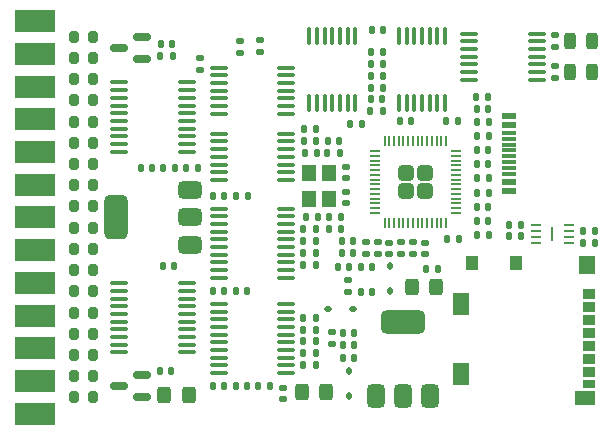
<source format=gbr>
%TF.GenerationSoftware,KiCad,Pcbnew,8.0.2*%
%TF.CreationDate,2024-12-18T21:07:28-06:00*%
%TF.ProjectId,Usb_Bridge,5573625f-4272-4696-9467-652e6b696361,rev?*%
%TF.SameCoordinates,Original*%
%TF.FileFunction,Paste,Top*%
%TF.FilePolarity,Positive*%
%FSLAX46Y46*%
G04 Gerber Fmt 4.6, Leading zero omitted, Abs format (unit mm)*
G04 Created by KiCad (PCBNEW 8.0.2) date 2024-12-18 21:07:28*
%MOMM*%
%LPD*%
G01*
G04 APERTURE LIST*
G04 Aperture macros list*
%AMRoundRect*
0 Rectangle with rounded corners*
0 $1 Rounding radius*
0 $2 $3 $4 $5 $6 $7 $8 $9 X,Y pos of 4 corners*
0 Add a 4 corners polygon primitive as box body*
4,1,4,$2,$3,$4,$5,$6,$7,$8,$9,$2,$3,0*
0 Add four circle primitives for the rounded corners*
1,1,$1+$1,$2,$3*
1,1,$1+$1,$4,$5*
1,1,$1+$1,$6,$7*
1,1,$1+$1,$8,$9*
0 Add four rect primitives between the rounded corners*
20,1,$1+$1,$2,$3,$4,$5,0*
20,1,$1+$1,$4,$5,$6,$7,0*
20,1,$1+$1,$6,$7,$8,$9,0*
20,1,$1+$1,$8,$9,$2,$3,0*%
G04 Aperture macros list end*
%ADD10R,3.480000X1.846667*%
%ADD11RoundRect,0.140000X-0.140000X-0.170000X0.140000X-0.170000X0.140000X0.170000X-0.140000X0.170000X0*%
%ADD12RoundRect,0.100000X0.100000X-0.637500X0.100000X0.637500X-0.100000X0.637500X-0.100000X-0.637500X0*%
%ADD13RoundRect,0.140000X0.140000X0.170000X-0.140000X0.170000X-0.140000X-0.170000X0.140000X-0.170000X0*%
%ADD14R,1.100000X0.850000*%
%ADD15R,1.100000X0.750000*%
%ADD16R,1.000000X1.200000*%
%ADD17R,1.350000X1.550000*%
%ADD18R,1.350000X1.900000*%
%ADD19R,1.800000X1.170000*%
%ADD20RoundRect,0.243750X0.243750X0.456250X-0.243750X0.456250X-0.243750X-0.456250X0.243750X-0.456250X0*%
%ADD21RoundRect,0.135000X-0.135000X-0.185000X0.135000X-0.185000X0.135000X0.185000X-0.135000X0.185000X0*%
%ADD22RoundRect,0.200000X0.200000X0.275000X-0.200000X0.275000X-0.200000X-0.275000X0.200000X-0.275000X0*%
%ADD23RoundRect,0.135000X0.135000X0.185000X-0.135000X0.185000X-0.135000X-0.185000X0.135000X-0.185000X0*%
%ADD24RoundRect,0.150000X0.587500X0.150000X-0.587500X0.150000X-0.587500X-0.150000X0.587500X-0.150000X0*%
%ADD25RoundRect,0.100000X0.637500X0.100000X-0.637500X0.100000X-0.637500X-0.100000X0.637500X-0.100000X0*%
%ADD26RoundRect,0.140000X-0.170000X0.140000X-0.170000X-0.140000X0.170000X-0.140000X0.170000X0.140000X0*%
%ADD27RoundRect,0.135000X-0.185000X0.135000X-0.185000X-0.135000X0.185000X-0.135000X0.185000X0.135000X0*%
%ADD28RoundRect,0.135000X0.185000X-0.135000X0.185000X0.135000X-0.185000X0.135000X-0.185000X-0.135000X0*%
%ADD29R,1.240000X0.600000*%
%ADD30R,1.240000X0.300000*%
%ADD31RoundRect,0.100000X-0.100000X0.637500X-0.100000X-0.637500X0.100000X-0.637500X0.100000X0.637500X0*%
%ADD32RoundRect,0.249999X-0.395001X0.395001X-0.395001X-0.395001X0.395001X-0.395001X0.395001X0.395001X0*%
%ADD33RoundRect,0.050000X-0.050000X0.387500X-0.050000X-0.387500X0.050000X-0.387500X0.050000X0.387500X0*%
%ADD34RoundRect,0.050000X-0.387500X0.050000X-0.387500X-0.050000X0.387500X-0.050000X0.387500X0.050000X0*%
%ADD35RoundRect,0.250000X-0.325000X-0.450000X0.325000X-0.450000X0.325000X0.450000X-0.325000X0.450000X0*%
%ADD36RoundRect,0.112500X-0.112500X0.187500X-0.112500X-0.187500X0.112500X-0.187500X0.112500X0.187500X0*%
%ADD37RoundRect,0.375000X0.625000X0.375000X-0.625000X0.375000X-0.625000X-0.375000X0.625000X-0.375000X0*%
%ADD38RoundRect,0.500000X0.500000X1.400000X-0.500000X1.400000X-0.500000X-1.400000X0.500000X-1.400000X0*%
%ADD39RoundRect,0.040000X-0.040000X-0.605000X0.040000X-0.605000X0.040000X0.605000X-0.040000X0.605000X0*%
%ADD40RoundRect,0.062500X-0.387500X-0.062500X0.387500X-0.062500X0.387500X0.062500X-0.387500X0.062500X0*%
%ADD41RoundRect,0.112500X0.112500X-0.187500X0.112500X0.187500X-0.112500X0.187500X-0.112500X-0.187500X0*%
%ADD42RoundRect,0.250000X0.325000X0.450000X-0.325000X0.450000X-0.325000X-0.450000X0.325000X-0.450000X0*%
%ADD43RoundRect,0.140000X0.170000X-0.140000X0.170000X0.140000X-0.170000X0.140000X-0.170000X-0.140000X0*%
%ADD44RoundRect,0.375000X0.375000X-0.625000X0.375000X0.625000X-0.375000X0.625000X-0.375000X-0.625000X0*%
%ADD45RoundRect,0.500000X1.400000X-0.500000X1.400000X0.500000X-1.400000X0.500000X-1.400000X-0.500000X0*%
%ADD46RoundRect,0.112500X0.187500X0.112500X-0.187500X0.112500X-0.187500X-0.112500X0.187500X-0.112500X0*%
%ADD47R,1.200000X1.400000*%
G04 APERTURE END LIST*
D10*
%TO.C,J3*%
X2000000Y16620000D03*
X2000000Y13850000D03*
X2000000Y11080000D03*
X2000000Y8310000D03*
X2000000Y5540000D03*
X2000000Y2770000D03*
X2000000Y0D03*
X2000000Y-2770000D03*
X2000000Y-5540000D03*
X2000000Y-8310000D03*
X2000000Y-11080000D03*
X2000000Y-13850000D03*
X2000000Y-16620000D03*
%TD*%
D11*
%TO.C,C3*%
X18980000Y-6212500D03*
X19940000Y-6212500D03*
%TD*%
%TO.C,C4*%
X12540000Y-13040000D03*
X13500000Y-13040000D03*
%TD*%
D12*
%TO.C,U3*%
X32810000Y9657500D03*
X33460000Y9657500D03*
X34110000Y9657500D03*
X34760000Y9657500D03*
X35410000Y9657500D03*
X36060000Y9657500D03*
X36710000Y9657500D03*
X36710000Y15382500D03*
X36060000Y15382500D03*
X35410000Y15382500D03*
X34760000Y15382500D03*
X34110000Y15382500D03*
X33460000Y15382500D03*
X32810000Y15382500D03*
%TD*%
D11*
%TO.C,C7*%
X18980000Y-14300000D03*
X19940000Y-14300000D03*
%TD*%
%TO.C,C1*%
X27940000Y-1990000D03*
X28900000Y-1990000D03*
%TD*%
D13*
%TO.C,C2*%
X17980000Y-6212500D03*
X17020000Y-6212500D03*
%TD*%
D11*
%TO.C,C5*%
X12640000Y14673334D03*
X13600000Y14673334D03*
%TD*%
D13*
%TO.C,C6*%
X18017500Y-14300000D03*
X17057500Y-14300000D03*
%TD*%
D11*
%TO.C,C12*%
X39370000Y9220000D03*
X40330000Y9220000D03*
%TD*%
D14*
%TO.C,SD1*%
X48870000Y-6460000D03*
X48870000Y-7560000D03*
X48870000Y-8660000D03*
X48870000Y-9760000D03*
X48870000Y-10860000D03*
X48870000Y-11960000D03*
X48870000Y-13060000D03*
D15*
X48870000Y-14110000D03*
D16*
X42720000Y-3825000D03*
X39020000Y-3825000D03*
D17*
X48745000Y-4000000D03*
D18*
X38045000Y-7325000D03*
X38045000Y-13295000D03*
D19*
X48520000Y-15320000D03*
%TD*%
D20*
%TO.C,D1*%
X49147500Y12320000D03*
X47272500Y12320000D03*
%TD*%
%TO.C,D2*%
X49187500Y14920000D03*
X47312500Y14920000D03*
%TD*%
D21*
%TO.C,R46*%
X12610000Y13636668D03*
X13630000Y13636668D03*
%TD*%
D22*
%TO.C,R42*%
X6925000Y13503824D03*
X5275000Y13503824D03*
%TD*%
D11*
%TO.C,C25*%
X29570000Y-4230000D03*
X30530000Y-4230000D03*
%TD*%
D23*
%TO.C,R56*%
X40400000Y3306668D03*
X39380000Y3306668D03*
%TD*%
D22*
%TO.C,R30*%
X6925000Y2726768D03*
X5275000Y2726768D03*
%TD*%
D23*
%TO.C,R4*%
X36090000Y-4360000D03*
X35070000Y-4360000D03*
%TD*%
D24*
%TO.C,Q1*%
X11007500Y-15215000D03*
X11007500Y-13315000D03*
X9132500Y-14265000D03*
%TD*%
D22*
%TO.C,R39*%
X6925000Y-4457936D03*
X5275000Y-4457936D03*
%TD*%
%TO.C,R31*%
X6925000Y-11642640D03*
X5275000Y-11642640D03*
%TD*%
D25*
%TO.C,U2*%
X23262500Y3180000D03*
X23262500Y3830000D03*
X23262500Y4480000D03*
X23262500Y5130000D03*
X23262500Y5780000D03*
X23262500Y6430000D03*
X23262500Y7080000D03*
X17537500Y7080000D03*
X17537500Y6430000D03*
X17537500Y5780000D03*
X17537500Y5130000D03*
X17537500Y4480000D03*
X17537500Y3830000D03*
X17537500Y3180000D03*
%TD*%
D26*
%TO.C,C17*%
X28450000Y-5330000D03*
X28450000Y-6290000D03*
%TD*%
D27*
%TO.C,R84*%
X21020000Y14990000D03*
X21020000Y13970000D03*
%TD*%
D28*
%TO.C,R24*%
X46040000Y11810000D03*
X46040000Y12830000D03*
%TD*%
D11*
%TO.C,C16*%
X30480000Y15910000D03*
X31440000Y15910000D03*
%TD*%
D22*
%TO.C,R33*%
X6925000Y-9846464D03*
X5275000Y-9846464D03*
%TD*%
D23*
%TO.C,R2*%
X27770000Y5430000D03*
X26750000Y5430000D03*
%TD*%
D11*
%TO.C,C29*%
X36890000Y-1830000D03*
X37850000Y-1830000D03*
%TD*%
%TO.C,C30*%
X39410000Y4508334D03*
X40370000Y4508334D03*
%TD*%
D23*
%TO.C,R48*%
X40400000Y6900000D03*
X39380000Y6900000D03*
%TD*%
D29*
%TO.C,J12*%
X42100000Y2220000D03*
X42100000Y3020000D03*
D30*
X42100000Y4170000D03*
X42100000Y5170000D03*
X42100000Y5670000D03*
X42100000Y6670000D03*
D29*
X42100000Y7820000D03*
X42100000Y8620000D03*
X42100000Y8620000D03*
X42100000Y7820000D03*
D30*
X42100000Y7170000D03*
X42100000Y6170000D03*
X42100000Y4670000D03*
X42100000Y3670000D03*
D29*
X42100000Y3020000D03*
X42100000Y2220000D03*
%TD*%
D25*
%TO.C,U5*%
X44450000Y11670000D03*
X44450000Y12320000D03*
X44450000Y12970000D03*
X44450000Y13620000D03*
X44450000Y14270000D03*
X44450000Y14920000D03*
X44450000Y15570000D03*
X38725000Y15570000D03*
X38725000Y14920000D03*
X38725000Y14270000D03*
X38725000Y13620000D03*
X38725000Y12970000D03*
X38725000Y12320000D03*
X38725000Y11670000D03*
%TD*%
D22*
%TO.C,R36*%
X6925000Y8115296D03*
X5275000Y8115296D03*
%TD*%
D21*
%TO.C,R5*%
X24790000Y7500000D03*
X25810000Y7500000D03*
%TD*%
D22*
%TO.C,R35*%
X6925000Y-8050288D03*
X5275000Y-8050288D03*
%TD*%
D11*
%TO.C,C33*%
X36820000Y8170000D03*
X37780000Y8170000D03*
%TD*%
%TO.C,C8*%
X14810000Y4200000D03*
X15770000Y4200000D03*
%TD*%
D22*
%TO.C,R38*%
X6925000Y9911472D03*
X5275000Y9911472D03*
%TD*%
D11*
%TO.C,C24*%
X12865000Y4200000D03*
X13825000Y4200000D03*
%TD*%
D13*
%TO.C,C19*%
X29020000Y-11860000D03*
X28060000Y-11860000D03*
%TD*%
D23*
%TO.C,R9*%
X21920000Y-14310000D03*
X20900000Y-14310000D03*
%TD*%
D25*
%TO.C,U1*%
X23262500Y8770000D03*
X23262500Y9420000D03*
X23262500Y10070000D03*
X23262500Y10720000D03*
X23262500Y11370000D03*
X23262500Y12020000D03*
X23262500Y12670000D03*
X17537500Y12670000D03*
X17537500Y12020000D03*
X17537500Y11370000D03*
X17537500Y10720000D03*
X17537500Y10070000D03*
X17537500Y9420000D03*
X17537500Y8770000D03*
%TD*%
D22*
%TO.C,R40*%
X6925000Y11707648D03*
X5275000Y11707648D03*
%TD*%
D23*
%TO.C,R85*%
X25740000Y-8500000D03*
X24720000Y-8500000D03*
%TD*%
D31*
%TO.C,U4*%
X29110000Y15382500D03*
X28460000Y15382500D03*
X27810000Y15382500D03*
X27160000Y15382500D03*
X26510000Y15382500D03*
X25860000Y15382500D03*
X25210000Y15382500D03*
X25210000Y9657500D03*
X25860000Y9657500D03*
X26510000Y9657500D03*
X27160000Y9657500D03*
X27810000Y9657500D03*
X28460000Y9657500D03*
X29110000Y9657500D03*
%TD*%
D26*
%TO.C,C27*%
X35000000Y-2130000D03*
X35000000Y-3090000D03*
%TD*%
D25*
%TO.C,U6*%
X23262500Y-5100000D03*
X23262500Y-4450000D03*
X23262500Y-3800000D03*
X23262500Y-3150000D03*
X23262500Y-2500000D03*
X23262500Y-1850000D03*
X23262500Y-1200000D03*
X23262500Y-550000D03*
X23262500Y100000D03*
X23262500Y750000D03*
X17537500Y750000D03*
X17537500Y100000D03*
X17537500Y-550000D03*
X17537500Y-1200000D03*
X17537500Y-1850000D03*
X17537500Y-2500000D03*
X17537500Y-3150000D03*
X17537500Y-3800000D03*
X17537500Y-4450000D03*
X17537500Y-5100000D03*
%TD*%
D21*
%TO.C,R47*%
X39380000Y8100000D03*
X40400000Y8100000D03*
%TD*%
D32*
%TO.C,U13*%
X34982500Y3800000D03*
X33382500Y3800000D03*
X34982500Y2200000D03*
X33382500Y2200000D03*
D33*
X36782500Y6437500D03*
X36382500Y6437500D03*
X35982500Y6437500D03*
X35582500Y6437500D03*
X35182500Y6437500D03*
X34782500Y6437500D03*
X34382500Y6437500D03*
X33982500Y6437500D03*
X33582500Y6437500D03*
X33182500Y6437500D03*
X32782500Y6437500D03*
X32382500Y6437500D03*
X31982500Y6437500D03*
X31582500Y6437500D03*
D34*
X30745000Y5600000D03*
X30745000Y5200000D03*
X30745000Y4800000D03*
X30745000Y4400000D03*
X30745000Y4000000D03*
X30745000Y3600000D03*
X30745000Y3200000D03*
X30745000Y2800000D03*
X30745000Y2400000D03*
X30745000Y2000000D03*
X30745000Y1600000D03*
X30745000Y1200000D03*
X30745000Y800000D03*
X30745000Y400000D03*
D33*
X31582500Y-437500D03*
X31982500Y-437500D03*
X32382500Y-437500D03*
X32782500Y-437500D03*
X33182500Y-437500D03*
X33582500Y-437500D03*
X33982500Y-437500D03*
X34382500Y-437500D03*
X34782500Y-437500D03*
X35182500Y-437500D03*
X35582500Y-437500D03*
X35982500Y-437500D03*
X36382500Y-437500D03*
X36782500Y-437500D03*
D34*
X37620000Y400000D03*
X37620000Y800000D03*
X37620000Y1200000D03*
X37620000Y1600000D03*
X37620000Y2000000D03*
X37620000Y2400000D03*
X37620000Y2800000D03*
X37620000Y3200000D03*
X37620000Y3600000D03*
X37620000Y4000000D03*
X37620000Y4400000D03*
X37620000Y4800000D03*
X37620000Y5200000D03*
X37620000Y5600000D03*
%TD*%
D25*
%TO.C,U7*%
X14862500Y5575000D03*
X14862500Y6225000D03*
X14862500Y6875000D03*
X14862500Y7525000D03*
X14862500Y8175000D03*
X14862500Y8825000D03*
X14862500Y9475000D03*
X14862500Y10125000D03*
X14862500Y10775000D03*
X14862500Y11425000D03*
X9137500Y11425000D03*
X9137500Y10775000D03*
X9137500Y10125000D03*
X9137500Y9475000D03*
X9137500Y8825000D03*
X9137500Y8175000D03*
X9137500Y7525000D03*
X9137500Y6875000D03*
X9137500Y6225000D03*
X9137500Y5575000D03*
%TD*%
D13*
%TO.C,C15*%
X31380000Y10000000D03*
X30420000Y10000000D03*
%TD*%
D26*
%TO.C,C14*%
X15990000Y13460000D03*
X15990000Y12500000D03*
%TD*%
D28*
%TO.C,R49*%
X31000000Y-3120000D03*
X31000000Y-2100000D03*
%TD*%
D22*
%TO.C,R45*%
X6925000Y15300000D03*
X5275000Y15300000D03*
%TD*%
D11*
%TO.C,C21*%
X28690000Y7940000D03*
X29650000Y7940000D03*
%TD*%
D23*
%TO.C,R87*%
X25740000Y-9500000D03*
X24720000Y-9500000D03*
%TD*%
D13*
%TO.C,C20*%
X29020000Y-10815000D03*
X28060000Y-10815000D03*
%TD*%
D21*
%TO.C,R55*%
X42090000Y-1600000D03*
X43110000Y-1600000D03*
%TD*%
D35*
%TO.C,F3*%
X33885000Y-5870000D03*
X35935000Y-5870000D03*
%TD*%
D24*
%TO.C,Q2*%
X11007500Y13380000D03*
X11007500Y15280000D03*
X9132500Y14330000D03*
%TD*%
D11*
%TO.C,C23*%
X28060000Y-9770000D03*
X29020000Y-9770000D03*
%TD*%
D21*
%TO.C,R86*%
X30390000Y9000000D03*
X31410000Y9000000D03*
%TD*%
D23*
%TO.C,R83*%
X31470000Y12000000D03*
X30450000Y12000000D03*
%TD*%
D27*
%TO.C,R50*%
X33000000Y-2100000D03*
X33000000Y-3120000D03*
%TD*%
%TO.C,R81*%
X19330000Y14970000D03*
X19330000Y13950000D03*
%TD*%
D26*
%TO.C,C22*%
X27130000Y-9730000D03*
X27130000Y-10690000D03*
%TD*%
D13*
%TO.C,C34*%
X33810000Y8170000D03*
X32850000Y8170000D03*
%TD*%
D36*
%TO.C,D8*%
X32020000Y-4140000D03*
X32020000Y-6240000D03*
%TD*%
D23*
%TO.C,R22*%
X27880000Y0D03*
X26860000Y0D03*
%TD*%
D21*
%TO.C,R80*%
X24820000Y5430000D03*
X25840000Y5430000D03*
%TD*%
D23*
%TO.C,R7*%
X20000000Y1850000D03*
X18980000Y1850000D03*
%TD*%
D11*
%TO.C,C38*%
X48410000Y-1190000D03*
X49370000Y-1190000D03*
%TD*%
D23*
%TO.C,R88*%
X25740000Y-10500000D03*
X24720000Y-10500000D03*
%TD*%
D21*
%TO.C,R79*%
X24790000Y6480000D03*
X25810000Y6480000D03*
%TD*%
D26*
%TO.C,C36*%
X28350000Y2170000D03*
X28350000Y1210000D03*
%TD*%
D23*
%TO.C,R89*%
X25740000Y-11500000D03*
X24720000Y-11500000D03*
%TD*%
%TO.C,R91*%
X25740000Y-12500000D03*
X24720000Y-12500000D03*
%TD*%
D13*
%TO.C,C18*%
X28900000Y-3020000D03*
X27940000Y-3020000D03*
%TD*%
%TO.C,C43*%
X30530000Y-6280000D03*
X29570000Y-6280000D03*
%TD*%
D22*
%TO.C,R32*%
X6925000Y4522944D03*
X5275000Y4522944D03*
%TD*%
%TO.C,R43*%
X6925000Y-865584D03*
X5275000Y-865584D03*
%TD*%
D21*
%TO.C,R1*%
X39380000Y-1500000D03*
X40400000Y-1500000D03*
%TD*%
D27*
%TO.C,R25*%
X46040000Y15430000D03*
X46040000Y14410000D03*
%TD*%
D13*
%TO.C,C10*%
X11880000Y4200000D03*
X10920000Y4200000D03*
%TD*%
D23*
%TO.C,R90*%
X31470000Y14000000D03*
X30450000Y14000000D03*
%TD*%
D11*
%TO.C,C32*%
X39410000Y893336D03*
X40370000Y893336D03*
%TD*%
D37*
%TO.C,U10*%
X15150000Y-2300000D03*
X15150000Y0D03*
D38*
X8850000Y0D03*
D37*
X15150000Y2300000D03*
%TD*%
D35*
%TO.C,F1*%
X24555000Y-14800000D03*
X26605000Y-14800000D03*
%TD*%
D11*
%TO.C,C9*%
X12820000Y-4100000D03*
X13780000Y-4100000D03*
%TD*%
D39*
%TO.C,U12*%
X45800000Y-1400000D03*
D40*
X44375000Y-650000D03*
X44375000Y-1150000D03*
X44375000Y-1650000D03*
X44375000Y-2150000D03*
X47225000Y-2150000D03*
X47225000Y-1650000D03*
X47225000Y-1150000D03*
X47225000Y-650000D03*
%TD*%
D11*
%TO.C,C39*%
X48410000Y-2190000D03*
X49370000Y-2190000D03*
%TD*%
D22*
%TO.C,R34*%
X6925000Y6319120D03*
X5275000Y6319120D03*
%TD*%
D23*
%TO.C,R94*%
X31440000Y13000000D03*
X30420000Y13000000D03*
%TD*%
D41*
%TO.C,D3*%
X28540000Y-15095000D03*
X28540000Y-12995000D03*
%TD*%
D23*
%TO.C,R93*%
X25740000Y-2000000D03*
X24720000Y-2000000D03*
%TD*%
D22*
%TO.C,R37*%
X6925000Y-6254112D03*
X5275000Y-6254112D03*
%TD*%
%TO.C,R41*%
X6925000Y-2661760D03*
X5275000Y-2661760D03*
%TD*%
D25*
%TO.C,U8*%
X14862500Y-11425000D03*
X14862500Y-10775000D03*
X14862500Y-10125000D03*
X14862500Y-9475000D03*
X14862500Y-8825000D03*
X14862500Y-8175000D03*
X14862500Y-7525000D03*
X14862500Y-6875000D03*
X14862500Y-6225000D03*
X14862500Y-5575000D03*
X9137500Y-5575000D03*
X9137500Y-6225000D03*
X9137500Y-6875000D03*
X9137500Y-7525000D03*
X9137500Y-8175000D03*
X9137500Y-8825000D03*
X9137500Y-9475000D03*
X9137500Y-10125000D03*
X9137500Y-10775000D03*
X9137500Y-11425000D03*
%TD*%
D21*
%TO.C,R23*%
X26860000Y-1000000D03*
X27880000Y-1000000D03*
%TD*%
D28*
%TO.C,R52*%
X34000000Y-3120000D03*
X34000000Y-2100000D03*
%TD*%
D22*
%TO.C,R29*%
X6925000Y-13438816D03*
X5275000Y-13438816D03*
%TD*%
D11*
%TO.C,C40*%
X26780000Y6480000D03*
X27740000Y6480000D03*
%TD*%
D42*
%TO.C,F5*%
X14995000Y-15020000D03*
X12945000Y-15020000D03*
%TD*%
D25*
%TO.C,U9*%
X23262500Y-13175000D03*
X23262500Y-12525000D03*
X23262500Y-11875000D03*
X23262500Y-11225000D03*
X23262500Y-10575000D03*
X23262500Y-9925000D03*
X23262500Y-9275000D03*
X23262500Y-8625000D03*
X23262500Y-7975000D03*
X23262500Y-7325000D03*
X17537500Y-7325000D03*
X17537500Y-7975000D03*
X17537500Y-8625000D03*
X17537500Y-9275000D03*
X17537500Y-9925000D03*
X17537500Y-10575000D03*
X17537500Y-11225000D03*
X17537500Y-11875000D03*
X17537500Y-12525000D03*
X17537500Y-13175000D03*
%TD*%
D43*
%TO.C,C35*%
X28360000Y3310000D03*
X28360000Y4270000D03*
%TD*%
D11*
%TO.C,C37*%
X39410000Y5700000D03*
X40370000Y5700000D03*
%TD*%
D22*
%TO.C,R44*%
X6925000Y-15235000D03*
X5275000Y-15235000D03*
%TD*%
D26*
%TO.C,C28*%
X32000000Y-2130000D03*
X32000000Y-3090000D03*
%TD*%
D23*
%TO.C,R58*%
X43110000Y-600000D03*
X42090000Y-600000D03*
%TD*%
%TO.C,R96*%
X25740000Y-4000000D03*
X24720000Y-4000000D03*
%TD*%
D22*
%TO.C,R28*%
X6925000Y930592D03*
X5275000Y930592D03*
%TD*%
D21*
%TO.C,R82*%
X30440000Y11000000D03*
X31460000Y11000000D03*
%TD*%
D43*
%TO.C,C11*%
X23000000Y-15360000D03*
X23000000Y-14400000D03*
%TD*%
D13*
%TO.C,C26*%
X28610000Y-4230000D03*
X27650000Y-4230000D03*
%TD*%
D23*
%TO.C,R95*%
X25740000Y-3000000D03*
X24720000Y-3000000D03*
%TD*%
D13*
%TO.C,C13*%
X18017500Y1850000D03*
X17057500Y1850000D03*
%TD*%
D44*
%TO.C,U11*%
X30850000Y-15150000D03*
X33150000Y-15150000D03*
D45*
X33150000Y-8850000D03*
D44*
X35450000Y-15150000D03*
%TD*%
D46*
%TO.C,D9*%
X28880000Y-7720000D03*
X26780000Y-7720000D03*
%TD*%
D47*
%TO.C,Y1*%
X26890000Y1520000D03*
X26890000Y3720000D03*
X25190000Y3720000D03*
X25190000Y1520000D03*
%TD*%
D23*
%TO.C,R92*%
X25740000Y-1000000D03*
X24720000Y-1000000D03*
%TD*%
%TO.C,R27*%
X40370000Y10220000D03*
X39350000Y10220000D03*
%TD*%
D11*
%TO.C,C31*%
X39410000Y-298330D03*
X40370000Y-298330D03*
%TD*%
D27*
%TO.C,R51*%
X30000000Y-2100000D03*
X30000000Y-3120000D03*
%TD*%
D13*
%TO.C,C42*%
X25910000Y0D03*
X24950000Y0D03*
%TD*%
D23*
%TO.C,R57*%
X40400000Y2095002D03*
X39380000Y2095002D03*
%TD*%
M02*

</source>
